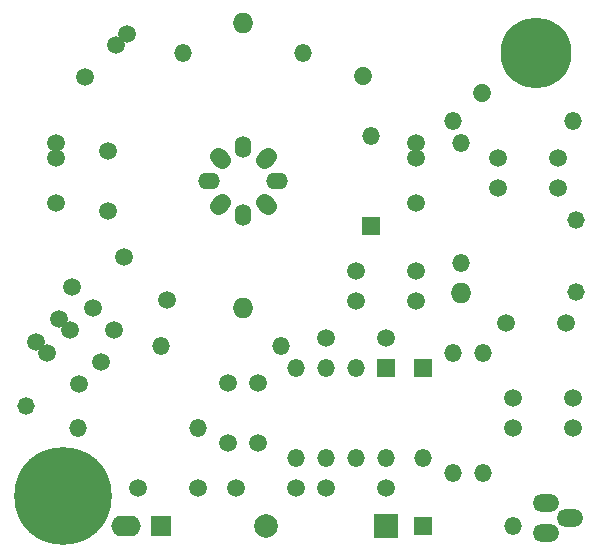
<source format=gbs>
G04 (created by PCBNEW (22-Jun-2014 BZR 4027)-stable) date Sun 29 Apr 2018 01:54:37 PM CDT*
%MOIN*%
G04 Gerber Fmt 3.4, Leading zero omitted, Abs format*
%FSLAX34Y34*%
G01*
G70*
G90*
G04 APERTURE LIST*
%ADD10C,0.00590551*%
%ADD11O,0.0885X0.059*%
%ADD12O,0.059X0.059*%
%ADD13R,0.059X0.059*%
%ADD14R,0.069X0.069*%
%ADD15O,0.099X0.069*%
%ADD16C,0.23622*%
%ADD17C,0.059*%
%ADD18O,0.069X0.069*%
%ADD19R,0.079X0.079*%
%ADD20C,0.079*%
%ADD21C,0.325*%
%ADD22C,0.059*%
%ADD23O,0.058X0.058*%
%ADD24C,0.056*%
%ADD25O,0.072X0.056*%
%ADD26O,0.056X0.072*%
G04 APERTURE END LIST*
G54D10*
G54D11*
X95852Y-43250D03*
X96647Y-43750D03*
X95852Y-44250D03*
G54D12*
X92750Y-38250D03*
X92750Y-42250D03*
X93750Y-42250D03*
X93750Y-38250D03*
X83000Y-38000D03*
X87000Y-38000D03*
X83750Y-28250D03*
X87750Y-28250D03*
X84250Y-40750D03*
X80250Y-40750D03*
G54D13*
X90500Y-38750D03*
G54D12*
X89500Y-38750D03*
X88500Y-38750D03*
X87500Y-38750D03*
X87500Y-41750D03*
X88500Y-41750D03*
X90500Y-41750D03*
X89500Y-41750D03*
G54D14*
X83000Y-44000D03*
G54D15*
X81850Y-44000D03*
G54D16*
X95500Y-28250D03*
G54D17*
X94750Y-40750D03*
X96750Y-40750D03*
X91500Y-36500D03*
X89500Y-36500D03*
X85250Y-41250D03*
X85250Y-39250D03*
X86250Y-41250D03*
X86250Y-39250D03*
X88500Y-42750D03*
X90500Y-42750D03*
X81792Y-35042D03*
X83207Y-36457D03*
X81250Y-31500D03*
X81250Y-33500D03*
X96750Y-39750D03*
X94750Y-39750D03*
X90500Y-37750D03*
X88500Y-37750D03*
X87500Y-42750D03*
X85500Y-42750D03*
G54D18*
X85750Y-36750D03*
G54D19*
X90500Y-44000D03*
G54D20*
X86500Y-44000D03*
G54D13*
X91750Y-38750D03*
G54D12*
X91750Y-41750D03*
G54D13*
X90000Y-34000D03*
G54D12*
X90000Y-31000D03*
G54D13*
X91750Y-44000D03*
G54D12*
X94750Y-44000D03*
G54D17*
X81883Y-27616D03*
X80469Y-29030D03*
X81530Y-27969D03*
X79500Y-31250D03*
X79500Y-33250D03*
X79500Y-31750D03*
X91500Y-31250D03*
X91500Y-33250D03*
X91500Y-31750D03*
G54D21*
X79750Y-43000D03*
G54D18*
X85750Y-27250D03*
G54D22*
X89750Y-29000D02*
X89750Y-29000D01*
X93711Y-29556D02*
X93711Y-29556D01*
G54D12*
X96750Y-30500D03*
X92750Y-30500D03*
X93000Y-31250D03*
X93000Y-35250D03*
G54D17*
X94250Y-31750D03*
X96250Y-31750D03*
X96250Y-32750D03*
X94250Y-32750D03*
X96500Y-37250D03*
X94500Y-37250D03*
G54D18*
X93000Y-36250D03*
G54D17*
X79616Y-37116D03*
X81030Y-38530D03*
X79969Y-37469D03*
X78866Y-37866D03*
X80280Y-39280D03*
X79219Y-38219D03*
X80042Y-36042D03*
X81457Y-37457D03*
X80750Y-36750D03*
G54D23*
X96850Y-33800D03*
X96850Y-36200D03*
X78500Y-40000D03*
G54D24*
X85042Y-31792D02*
X84929Y-31679D01*
X86570Y-31679D02*
X86457Y-31792D01*
G54D25*
X86890Y-32500D03*
G54D26*
X85750Y-31359D03*
G54D24*
X86570Y-33320D02*
X86457Y-33207D01*
G54D26*
X85750Y-33640D03*
G54D24*
X85042Y-33207D02*
X84929Y-33320D01*
G54D25*
X84609Y-32500D03*
G54D17*
X84250Y-42750D03*
X82250Y-42750D03*
X91500Y-35500D03*
X89500Y-35500D03*
M02*

</source>
